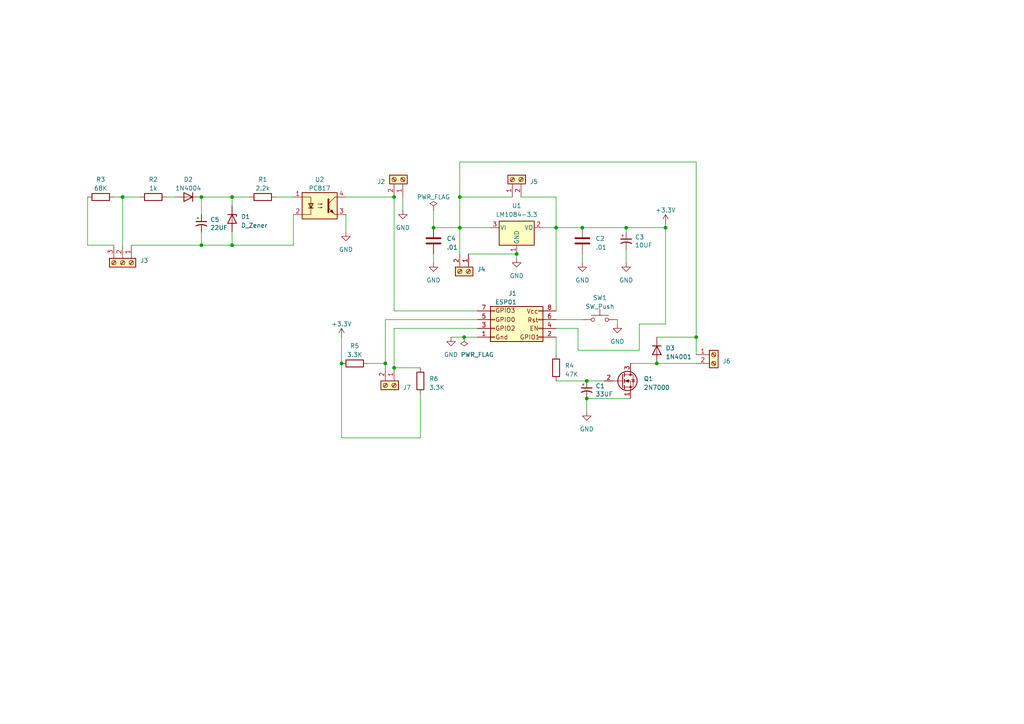
<source format=kicad_sch>
(kicad_sch (version 20230121) (generator eeschema)
  (paper "A4")
  (lib_symbols
    (symbol "Connector:Screw_Terminal_01x02" (pin_names (offset 1.016) hide)
      (property "Reference" "J" (at 0 2.54 0))
      (property "Value" "Screw_Terminal_01x02" (at 0 -5.08 0))
      (symbol "Screw_Terminal_01x02_1_1"
        (rectangle (start -1.27 1.27) (end 1.27 -3.81) (stroke (width 0.254)) (fill (type background)))
        (circle (center 0 -2.54) (radius 0.635) (stroke (width 0.1524)))
        (polyline (pts (xy -0.5334 -2.2098) (xy 0.3302 -3.048)) (stroke (width 0.1524)))
        (polyline (pts (xy -0.5334 0.3302) (xy 0.3302 -0.508)) (stroke (width 0.1524)))
        (polyline (pts (xy -0.3556 -2.032) (xy 0.508 -2.8702)) (stroke (width 0.1524)))
        (polyline (pts (xy -0.3556 0.508) (xy 0.508 -0.3302)) (stroke (width 0.1524)))
        (circle (center 0 0) (radius 0.635) (stroke (width 0.1524)))
        (pin passive line (at -5.08 0 0) (length 3.81) (name "Pin_1") (number "1"))
        (pin passive line (at -5.08 -2.54 0) (length 3.81) (name "Pin_2") (number "2"))
      )
    )
    (symbol "Connector:Screw_Terminal_01x03" (pin_names (offset 1.016) hide)
      (property "Reference" "J" (at 0 5.08 0))
      (property "Value" "Screw_Terminal_01x03" (at 0 -5.08 0))
      (symbol "Screw_Terminal_01x03_1_1"
        (rectangle (start -1.27 3.81) (end 1.27 -3.81) (stroke (width 0.254)) (fill (type background)))
        (circle (center 0 -2.54) (radius 0.635) (stroke (width 0.1524)))
        (polyline (pts (xy -0.5334 -2.2098) (xy 0.3302 -3.048)) (stroke (width 0.1524)))
        (polyline (pts (xy -0.5334 0.3302) (xy 0.3302 -0.508)) (stroke (width 0.1524)))
        (polyline (pts (xy -0.5334 2.8702) (xy 0.3302 2.032)) (stroke (width 0.1524)))
        (polyline (pts (xy -0.3556 -2.032) (xy 0.508 -2.8702)) (stroke (width 0.1524)))
        (polyline (pts (xy -0.3556 0.508) (xy 0.508 -0.3302)) (stroke (width 0.1524)))
        (polyline (pts (xy -0.3556 3.048) (xy 0.508 2.2098)) (stroke (width 0.1524)))
        (circle (center 0 0) (radius 0.635) (stroke (width 0.1524)))
        (circle (center 0 2.54) (radius 0.635) (stroke (width 0.1524)))
        (pin passive line (at -5.08 2.54 0) (length 3.81) (name "Pin_1") (number "1"))
        (pin passive line (at -5.08 0 0) (length 3.81) (name "Pin_2") (number "2"))
        (pin passive line (at -5.08 -2.54 0) (length 3.81) (name "Pin_3") (number "3"))
      )
    )
    (symbol "Connector_Generic:Conn_02x04_Odd_Even" (pin_names (offset 1.016) hide)
      (property "Reference" "J1" (at 5.08 -8.89 0))
      (property "Value" "ESP01" (at 5.08 -6.35 0))
      (symbol "Conn_02x04_Odd_Even_1_1"
        (rectangle (start -2.54 -3.683) (end -1.27 -3.937) (stroke (width 0.1524)))
        (rectangle (start -2.54 -1.143) (end -1.27 -1.397) (stroke (width 0.1524)))
        (rectangle (start -2.54 1.397) (end -1.27 1.143) (stroke (width 0.1524)))
        (rectangle (start -2.54 3.937) (end -1.27 3.683) (stroke (width 0.1524)))
        (rectangle (start -2.54 5.08) (end 12.7 -5.08) (stroke (width 0.254)) (fill (type background)))
        (rectangle (start 11.43 3.937) (end 12.7 3.683) (stroke (width 0.1524)))
        (rectangle (start 12.7 -3.683) (end 11.43 -3.937) (stroke (width 0.1524)))
        (rectangle (start 12.7 -1.143) (end 11.43 -1.397) (stroke (width 0.1524)))
        (rectangle (start 12.7 1.397) (end 11.43 1.143) (stroke (width 0.1524)))
        (text "EN" (at 10.16 1.27 0) (effects (font (size 1.27 1.27))))
        (text "Gnd" (at 0.762 3.81 0) (effects (font (size 1.27 1.27))))
        (text "GPIO0" (at 1.778 -1.27 0) (effects (font (size 1.27 1.27))))
        (text "GPIO1" (at 8.89 3.81 0) (effects (font (size 1.27 1.27))))
        (text "GPIO2" (at 1.778 1.27 0) (effects (font (size 1.27 1.27))))
        (text "GPIO3" (at 1.778 -3.937 0) (effects (font (size 1.27 1.27))))
        (text "Rst" (at 9.779 -1.143 0) (effects (font (size 1.27 1.27))))
        (text "Vcc" (at 9.652 -3.683 0) (effects (font (size 1.27 1.27))))
        (pin power_in line (at -6.35 3.81 0) (length 3.81) (name "GND") (number "1"))
        (pin bidirectional line (at 16.51 3.81 180) (length 3.81) (name "GPIO1") (number "2"))
        (pin bidirectional line (at -6.35 1.27 0) (length 3.81) (name "GPIO2") (number "3"))
        (pin input line (at 16.51 1.27 180) (length 3.81) (name "CH_PD") (number "4"))
        (pin bidirectional line (at -6.35 -1.27 0) (length 3.81) (name "GPIO0") (number "5"))
        (pin input line (at 16.51 -1.27 180) (length 3.81) (name "Reset") (number "6"))
        (pin bidirectional line (at -6.35 -3.81 0) (length 3.81) (name "GPIO3") (number "7"))
        (pin power_in line (at 16.51 -3.81 180) (length 3.81) (name "Vcc") (number "8"))
      )
    )
    (symbol "Device:C" (pin_numbers hide) (pin_names (offset 0.254))
      (property "Reference" "C" (at 0.635 2.54 0))
      (property "Value" "C" (at 0.635 -2.54 0))
      (symbol "C_0_1"
        (polyline (pts (xy -2.032 -0.762) (xy 2.032 -0.762)) (stroke (width 0.508)))
        (polyline (pts (xy -2.032 0.762) (xy 2.032 0.762)) (stroke (width 0.508)))
      )
      (symbol "C_1_1"
        (pin passive line (at 0 3.81 270) (length 2.794) (name "~") (number "1"))
        (pin passive line (at 0 -3.81 90) (length 2.794) (name "~") (number "2"))
      )
    )
    (symbol "Device:C_Polarized_Small_US" (pin_numbers hide) (pin_names (offset 0.254) hide)
      (property "Reference" "C" (at 0.254 1.778 0))
      (property "Value" "C_Polarized_Small_US" (at 0.254 -2.032 0))
      (symbol "C_Polarized_Small_US_0_1"
        (polyline (pts (xy -1.524 0.508) (xy 1.524 0.508)) (stroke (width 0.3048)))
        (polyline (pts (xy -1.27 1.524) (xy -0.762 1.524)))
        (polyline (pts (xy -1.016 1.27) (xy -1.016 1.778)))
        (arc (start 1.524 -0.762) (mid 0 -0.3734) (end -1.524 -0.762) (stroke (width 0.3048)))
      )
      (symbol "C_Polarized_Small_US_1_1"
        (pin passive line (at 0 2.54 270) (length 2.032) (name "~") (number "1"))
        (pin passive line (at 0 -2.54 90) (length 2.032) (name "~") (number "2"))
      )
    )
    (symbol "Device:D_Zener" (pin_numbers hide) (pin_names (offset 1.016) hide)
      (property "Reference" "D" (at 0 2.54 0))
      (property "Value" "D_Zener" (at 0 -2.54 0))
      (symbol "D_Zener_0_1"
        (polyline (pts (xy 1.27 0) (xy -1.27 0)))
        (polyline (pts (xy -1.27 -1.27) (xy -1.27 1.27) (xy -0.762 1.27)) (stroke (width 0.254)))
        (polyline (pts (xy 1.27 -1.27) (xy 1.27 1.27) (xy -1.27 0) (xy 1.27 -1.27)) (stroke (width 0.254)))
      )
      (symbol "D_Zener_1_1"
        (pin passive line (at -3.81 0 0) (length 2.54) (name "K") (number "1"))
        (pin passive line (at 3.81 0 180) (length 2.54) (name "A") (number "2"))
      )
    )
    (symbol "Device:R" (pin_numbers hide) (pin_names (offset 0))
      (property "Reference" "R" (at 2.032 0 90))
      (property "Value" "R" (at 0 0 90))
      (symbol "R_0_1"
        (rectangle (start -1.016 -2.54) (end 1.016 2.54) (stroke (width 0.254)))
      )
      (symbol "R_1_1"
        (pin passive line (at 0 3.81 270) (length 1.27) (name "~") (number "1"))
        (pin passive line (at 0 -3.81 90) (length 1.27) (name "~") (number "2"))
      )
    )
    (symbol "Diode:1N4001" (pin_numbers hide) (pin_names hide)
      (property "Reference" "D" (at 0 2.54 0))
      (property "Value" "1N4001" (at 0 -2.54 0))
      (symbol "1N4001_0_1"
        (polyline (pts (xy -1.27 1.27) (xy -1.27 -1.27)) (stroke (width 0.254)))
        (polyline (pts (xy 1.27 0) (xy -1.27 0)))
        (polyline (pts (xy 1.27 1.27) (xy 1.27 -1.27) (xy -1.27 0) (xy 1.27 1.27)) (stroke (width 0.254)))
      )
      (symbol "1N4001_1_1"
        (pin passive line (at -3.81 0 0) (length 2.54) (name "K") (number "1"))
        (pin passive line (at 3.81 0 180) (length 2.54) (name "A") (number "2"))
      )
    )
    (symbol "Diode:1N4004" (pin_numbers hide) (pin_names hide)
      (property "Reference" "D" (at 0 2.54 0))
      (property "Value" "1N4004" (at 0 -2.54 0))
      (symbol "1N4004_0_1"
        (polyline (pts (xy -1.27 1.27) (xy -1.27 -1.27)) (stroke (width 0.254)))
        (polyline (pts (xy 1.27 0) (xy -1.27 0)))
        (polyline (pts (xy 1.27 1.27) (xy 1.27 -1.27) (xy -1.27 0) (xy 1.27 1.27)) (stroke (width 0.254)))
      )
      (symbol "1N4004_1_1"
        (pin passive line (at -3.81 0 0) (length 2.54) (name "K") (number "1"))
        (pin passive line (at 3.81 0 180) (length 2.54) (name "A") (number "2"))
      )
    )
    (symbol "Isolator:PC817" (pin_names (offset 1.016))
      (property "Reference" "U" (at -5.08 5.08 0))
      (property "Value" "PC817" (at 0 5.08 0))
      (symbol "PC817_0_1"
        (rectangle (start -5.08 3.81) (end 5.08 -3.81) (stroke (width 0.254)) (fill (type background)))
        (polyline (pts (xy -3.175 -0.635) (xy -1.905 -0.635)) (stroke (width 0.254)))
        (polyline (pts (xy 2.54 0.635) (xy 4.445 2.54)))
        (polyline (pts (xy 4.445 -2.54) (xy 2.54 -0.635)) (fill (type outline)))
        (polyline (pts (xy 4.445 -2.54) (xy 5.08 -2.54)))
        (polyline (pts (xy 4.445 2.54) (xy 5.08 2.54)))
        (polyline (pts (xy -5.08 2.54) (xy -2.54 2.54) (xy -2.54 -0.635)))
        (polyline (pts (xy -2.54 -0.635) (xy -2.54 -2.54) (xy -5.08 -2.54)))
        (polyline (pts (xy 2.54 1.905) (xy 2.54 -1.905) (xy 2.54 -1.905)) (stroke (width 0.508)))
        (polyline (pts (xy -2.54 -0.635) (xy -3.175 0.635) (xy -1.905 0.635) (xy -2.54 -0.635)) (stroke (width 0.254)))
        (polyline (pts (xy -0.508 -0.508) (xy 0.762 -0.508) (xy 0.381 -0.635) (xy 0.381 -0.381) (xy 0.762 -0.508)))
        (polyline (pts (xy -0.508 0.508) (xy 0.762 0.508) (xy 0.381 0.381) (xy 0.381 0.635) (xy 0.762 0.508)))
        (polyline (pts (xy 3.048 -1.651) (xy 3.556 -1.143) (xy 4.064 -2.159) (xy 3.048 -1.651) (xy 3.048 -1.651)) (fill (type outline)))
      )
      (symbol "PC817_1_1"
        (pin passive line (at -7.62 2.54 0) (length 2.54) (name "~") (number "1"))
        (pin passive line (at -7.62 -2.54 0) (length 2.54) (name "~") (number "2"))
        (pin passive line (at 7.62 -2.54 180) (length 2.54) (name "~") (number "3"))
        (pin passive line (at 7.62 2.54 180) (length 2.54) (name "~") (number "4"))
      )
    )
    (symbol "Regulator_Linear:LM1084-3.3" (pin_names (offset 0.254))
      (property "Reference" "U" (at -3.81 3.175 0))
      (property "Value" "LM1084-3.3" (at 0 3.175 0))
      (symbol "LM1084-3.3_0_1"
        (rectangle (start -5.08 1.905) (end 5.08 -5.08) (stroke (width 0.254)) (fill (type background)))
      )
      (symbol "LM1084-3.3_1_1"
        (pin power_in line (at 0 -7.62 90) (length 2.54) (name "GND") (number "1"))
        (pin power_out line (at 7.62 0 180) (length 2.54) (name "VO") (number "2"))
        (pin power_in line (at -7.62 0 0) (length 2.54) (name "VI") (number "3"))
      )
    )
    (symbol "Switch:SW_Push" (pin_numbers hide) (pin_names (offset 1.016) hide)
      (property "Reference" "SW" (at 1.27 2.54 0))
      (property "Value" "SW_Push" (at 0 -1.524 0))
      (symbol "SW_Push_0_1"
        (circle (center -2.032 0) (radius 0.508))
        (polyline (pts (xy 0 1.27) (xy 0 3.048)))
        (polyline (pts (xy 2.54 1.27) (xy -2.54 1.27)))
        (circle (center 2.032 0) (radius 0.508))
        (pin passive line (at -5.08 0 0) (length 2.54) (name "1") (number "1"))
        (pin passive line (at 5.08 0 180) (length 2.54) (name "2") (number "2"))
      )
    )
    (symbol "Transistor_FET:2N7000" (pin_names hide)
      (property "Reference" "Q" (at 5.08 1.905 0))
      (property "Value" "2N7000" (at 5.08 0 0))
      (symbol "2N7000_0_1"
        (polyline (pts (xy 0.254 0) (xy -2.54 0)))
        (polyline (pts (xy 0.254 1.905) (xy 0.254 -1.905)) (stroke (width 0.254)))
        (polyline (pts (xy 0.762 -1.27) (xy 0.762 -2.286)) (stroke (width 0.254)))
        (polyline (pts (xy 0.762 0.508) (xy 0.762 -0.508)) (stroke (width 0.254)))
        (polyline (pts (xy 0.762 2.286) (xy 0.762 1.27)) (stroke (width 0.254)))
        (polyline (pts (xy 2.54 2.54) (xy 2.54 1.778)))
        (polyline (pts (xy 2.54 -2.54) (xy 2.54 0) (xy 0.762 0)))
        (polyline (pts (xy 0.762 -1.778) (xy 3.302 -1.778) (xy 3.302 1.778) (xy 0.762 1.778)))
        (polyline (pts (xy 1.016 0) (xy 2.032 0.381) (xy 2.032 -0.381) (xy 1.016 0)) (fill (type outline)))
        (polyline (pts (xy 2.794 0.508) (xy 2.921 0.381) (xy 3.683 0.381) (xy 3.81 0.254)))
        (polyline (pts (xy 3.302 0.381) (xy 2.921 -0.254) (xy 3.683 -0.254) (xy 3.302 0.381)))
        (circle (center 1.651 0) (radius 2.794) (stroke (width 0.254)))
        (circle (center 2.54 -1.778) (radius 0.254) (fill (type outline)))
        (circle (center 2.54 1.778) (radius 0.254) (fill (type outline)))
      )
      (symbol "2N7000_1_1"
        (pin passive line (at 2.54 -5.08 90) (length 2.54) (name "S") (number "1"))
        (pin input line (at -5.08 0 0) (length 2.54) (name "G") (number "2"))
        (pin passive line (at 2.54 5.08 270) (length 2.54) (name "D") (number "3"))
      )
    )
    (symbol "power:+3.3V" (power) (pin_names (offset 0))
      (property "Value" "+3.3V" (at 0 3.556 0))
      (symbol "+3.3V_0_1"
        (polyline (pts (xy -0.762 1.27) (xy 0 2.54)))
        (polyline (pts (xy 0 0) (xy 0 2.54)))
        (polyline (pts (xy 0 2.54) (xy 0.762 1.27)))
      )
      (symbol "+3.3V_1_1"
        (pin power_in line (at 0 0 90) (length 0) hide (name "+3.3V") (number "1"))
      )
    )
    (symbol "power:GND" (power) (pin_names (offset 0))
      (property "Value" "GND" (at 0 -3.81 0))
      (symbol "GND_0_1"
        (polyline (pts (xy 0 0) (xy 0 -1.27) (xy 1.27 -1.27) (xy 0 -2.54) (xy -1.27 -1.27) (xy 0 -1.27)))
      )
      (symbol "GND_1_1"
        (pin power_in line (at 0 0 270) (length 0) hide (name "GND") (number "1"))
      )
    )
    (symbol "power:PWR_FLAG" (power) (pin_numbers hide) (pin_names (offset 0) hide)
      (property "Value" "PWR_FLAG" (at 0 3.81 0))
      (symbol "PWR_FLAG_0_0"
        (pin power_out line (at 0 0 90) (length 0) (name "pwr") (number "1"))
      )
      (symbol "PWR_FLAG_0_1"
        (polyline (pts (xy 0 0) (xy 0 1.27) (xy -1.016 1.905) (xy 0 2.54) (xy 1.016 1.905) (xy 0 1.27)))
      )
    )
  )
  (junction (at 168.91 66.04))
  (junction (at 67.31 71.12))
  (junction (at 149.86 73.66))
  (junction (at 161.29 66.04))
  (junction (at 114.3 106.68))
  (junction (at 114.3 57.15))
  (junction (at 133.35 66.04))
  (junction (at 125.73 66.04))
  (junction (at 201.93 97.79))
  (junction (at 193.04 66.04))
  (junction (at 181.61 66.04))
  (junction (at 35.56 57.15))
  (junction (at 190.5 105.41))
  (junction (at 99.06 105.41))
  (junction (at 111.76 105.41))
  (junction (at 67.31 57.15))
  (junction (at 58.42 57.15))
  (junction (at 58.42 71.12))
  (junction (at 170.18 110.49))
  (junction (at 134.62 97.79))
  (junction (at 133.35 57.15))
  (junction (at 170.18 115.57))
  (wire (pts (xy 161.29 66.04) (xy 157.48 66.04)))
  (wire (pts (xy 190.5 97.79) (xy 201.93 97.79)))
  (wire (pts (xy 190.5 105.41) (xy 201.93 105.41)))
  (wire (pts (xy 35.56 57.15) (xy 35.56 71.12)))
  (wire (pts (xy 138.43 92.71) (xy 111.76 92.71)))
  (wire (pts (xy 181.61 66.04) (xy 168.91 66.04)))
  (wire (pts (xy 181.61 67.31) (xy 181.61 66.04)))
  (wire (pts (xy 58.42 71.12) (xy 38.1 71.12)))
  (wire (pts (xy 125.73 73.66) (xy 125.73 76.2)))
  (wire (pts (xy 151.13 57.15) (xy 161.29 57.15)))
  (wire (pts (xy 121.92 114.3) (xy 121.92 127)))
  (wire (pts (xy 67.31 71.12) (xy 58.42 71.12)))
  (wire (pts (xy 106.68 105.41) (xy 111.76 105.41)))
  (wire (pts (xy 80.01 57.15) (xy 85.09 57.15)))
  (wire (pts (xy 193.04 64.77) (xy 193.04 66.04)))
  (wire (pts (xy 170.18 115.57) (xy 182.88 115.57)))
  (wire (pts (xy 161.29 97.79) (xy 161.29 102.87)))
  (wire (pts (xy 58.42 57.15) (xy 58.42 62.23)))
  (wire (pts (xy 100.33 57.15) (xy 114.3 57.15)))
  (wire (pts (xy 114.3 90.17) (xy 114.3 57.15)))
  (wire (pts (xy 201.93 46.99) (xy 133.35 46.99)))
  (wire (pts (xy 148.59 57.15) (xy 133.35 57.15)))
  (wire (pts (xy 85.09 62.23) (xy 85.09 71.12)))
  (wire (pts (xy 133.35 57.15) (xy 133.35 66.04)))
  (wire (pts (xy 100.33 62.23) (xy 100.33 67.31)))
  (wire (pts (xy 138.43 95.25) (xy 114.3 95.25)))
  (wire (pts (xy 167.64 95.25) (xy 161.29 95.25)))
  (wire (pts (xy 133.35 73.66) (xy 133.35 66.04)))
  (wire (pts (xy 114.3 95.25) (xy 114.3 106.68)))
  (wire (pts (xy 125.73 66.04) (xy 133.35 66.04)))
  (wire (pts (xy 182.88 105.41) (xy 190.5 105.41)))
  (wire (pts (xy 116.84 57.15) (xy 116.84 60.96)))
  (wire (pts (xy 161.29 66.04) (xy 168.91 66.04)))
  (wire (pts (xy 149.86 73.66) (xy 149.86 74.93)))
  (wire (pts (xy 161.29 92.71) (xy 168.91 92.71)))
  (wire (pts (xy 201.93 97.79) (xy 201.93 46.99)))
  (wire (pts (xy 161.29 90.17) (xy 161.29 66.04)))
  (wire (pts (xy 168.91 73.66) (xy 168.91 76.2)))
  (wire (pts (xy 67.31 57.15) (xy 67.31 59.69)))
  (wire (pts (xy 133.35 66.04) (xy 142.24 66.04)))
  (wire (pts (xy 35.56 57.15) (xy 40.64 57.15)))
  (wire (pts (xy 111.76 105.41) (xy 111.76 106.68)))
  (wire (pts (xy 185.42 101.6) (xy 167.64 101.6)))
  (wire (pts (xy 181.61 66.04) (xy 193.04 66.04)))
  (wire (pts (xy 67.31 67.31) (xy 67.31 71.12)))
  (wire (pts (xy 99.06 127) (xy 99.06 105.41)))
  (wire (pts (xy 111.76 92.71) (xy 111.76 105.41)))
  (wire (pts (xy 48.26 57.15) (xy 50.8 57.15)))
  (wire (pts (xy 67.31 57.15) (xy 72.39 57.15)))
  (wire (pts (xy 193.04 93.98) (xy 185.42 93.98)))
  (wire (pts (xy 181.61 72.39) (xy 181.61 76.2)))
  (wire (pts (xy 161.29 57.15) (xy 161.29 66.04)))
  (wire (pts (xy 99.06 97.79) (xy 99.06 105.41)))
  (wire (pts (xy 193.04 66.04) (xy 193.04 93.98)))
  (wire (pts (xy 201.93 102.87) (xy 201.93 97.79)))
  (wire (pts (xy 135.89 73.66) (xy 149.86 73.66)))
  (wire (pts (xy 33.02 57.15) (xy 35.56 57.15)))
  (wire (pts (xy 161.29 110.49) (xy 170.18 110.49)))
  (wire (pts (xy 170.18 110.49) (xy 175.26 110.49)))
  (wire (pts (xy 121.92 127) (xy 99.06 127)))
  (wire (pts (xy 167.64 101.6) (xy 167.64 95.25)))
  (wire (pts (xy 25.4 57.15) (xy 25.4 71.12)))
  (wire (pts (xy 138.43 90.17) (xy 114.3 90.17)))
  (wire (pts (xy 58.42 67.31) (xy 58.42 71.12)))
  (wire (pts (xy 134.62 97.79) (xy 138.43 97.79)))
  (wire (pts (xy 185.42 93.98) (xy 185.42 101.6)))
  (wire (pts (xy 114.3 106.68) (xy 121.92 106.68)))
  (wire (pts (xy 170.18 115.57) (xy 170.18 119.38)))
  (wire (pts (xy 133.35 46.99) (xy 133.35 57.15)))
  (wire (pts (xy 125.73 60.96) (xy 125.73 66.04)))
  (wire (pts (xy 85.09 71.12) (xy 67.31 71.12)))
  (wire (pts (xy 33.02 71.12) (xy 25.4 71.12)))
  (wire (pts (xy 130.81 97.79) (xy 134.62 97.79)))
  (wire (pts (xy 58.42 57.15) (xy 67.31 57.15)))
  (wire (pts (xy 179.07 92.71) (xy 179.07 93.98)))
  (symbol (lib_id "Switch:SW_Push") (at 173.99 92.71 0) (unit 1)
    (property "Reference" "SW1" (at 173.99 86.36 0))
    (property "Value" "SW_Push" (at 173.99 88.9 0))
    (property "Footprint" "Button_Switch_THT:SW_PUSH_6mm_H7.3mm" (effects hide))
  )
  (symbol (lib_id "power:GND") (at 116.84 60.96 0) (unit 1)
    (property "Reference" "#PWR07" (effects hide))
    (property "Value" "GND" (at 116.84 66.04 0))
  )
  (symbol (lib_id "power:+3.3V") (at 193.04 64.77 0) (unit 1)
    (property "Reference" "#PWR010" (effects hide))
    (property "Value" "+3.3V" (at 193.04 60.96 0))
  )
  (symbol (lib_id "Connector_Generic:Conn_02x04_Odd_Even") (at 144.78 93.98 0) (mirror x) (unit 1)
    (property "Reference" "J1" (at 149.86 85.09 0) (effects (justify right)))
    (property "Value" "ESP01" (at 149.86 87.63 0) (effects (justify right)))
    (property "Footprint" "Connector_PinHeader_2.54mm:PinHeader_2x04_P2.54mm_Vertical" (effects hide))
  )
  (symbol (lib_id "power:GND") (at 149.86 74.93 0) (unit 1)
    (property "Reference" "#PWR04" (effects hide))
    (property "Value" "GND" (at 149.86 80.01 0))
  )
  (symbol (lib_id "power:GND") (at 181.61 76.2 0) (unit 1)
    (property "Reference" "#PWR05" (effects hide))
    (property "Value" "GND" (at 181.61 81.28 0))
  )
  (symbol (lib_id "Device:R") (at 44.45 57.15 90) (unit 1)
    (property "Reference" "R2" (at 44.45 52.07 90))
    (property "Value" "1k" (at 44.45 54.61 90))
    (property "Footprint" "Resistor_THT:R_Axial_DIN0207_L6.3mm_D2.5mm_P2.54mm_Vertical" (effects hide))
  )
  (symbol (lib_id "Device:C_Polarized_Small_US") (at 170.18 113.03 0) (unit 1)
    (property "Reference" "C1" (at 172.72 111.9632 0) (effects (justify left)))
    (property "Value" "33UF" (at 172.72 114.3 0) (effects (justify left)))
    (property "Footprint" "Capacitor_THT:CP_Radial_D5.0mm_P2.00mm" (effects hide))
  )
  (symbol (lib_id "power:GND") (at 130.81 97.79 0) (unit 1)
    (property "Reference" "#PWR01" (effects hide))
    (property "Value" "GND" (at 130.81 102.87 0))
  )
  (symbol (lib_id "Device:R") (at 161.29 106.68 180) (unit 1)
    (property "Reference" "R4" (at 163.83 106.045 0) (effects (justify right)))
    (property "Value" "47K" (at 163.83 108.585 0) (effects (justify right)))
  )
  (symbol (lib_id "power:GND") (at 179.07 93.98 0) (unit 1)
    (property "Reference" "#PWR09" (effects hide))
    (property "Value" "GND" (at 179.07 99.06 0))
  )
  (symbol (lib_id "power:GND") (at 170.18 119.38 0) (unit 1)
    (property "Reference" "#PWR08" (effects hide))
    (property "Value" "GND" (at 170.18 124.46 0))
  )
  (symbol (lib_id "Connector:Screw_Terminal_01x02") (at 135.89 78.74 270) (unit 1)
    (property "Reference" "J4" (at 138.43 78.105 90) (effects (justify left)))
    (property "Value" "Lx" (effects hide))
    (property "Footprint" "Connector_PinHeader_2.54mm:PinHeader_1x02_P2.54mm_Vertical" (effects hide))
  )
  (symbol (lib_id "Isolator:PC817") (at 92.71 59.69 0) (unit 1)
    (property "Reference" "U2" (at 92.71 52.07 0))
    (property "Value" "PC817" (at 92.71 54.61 0))
    (property "Footprint" "Package_DIP:DIP-4_W7.62mm" (effects hide))
    (property "Datasheet" "http://www.soselectronic.cz/a_info/resource/d/pc817.pdf" (effects hide))
  )
  (symbol (lib_id "Regulator_Linear:LM1084-3.3") (at 149.86 66.04 0) (unit 1)
    (property "Reference" "U1" (at 149.86 59.69 0))
    (property "Value" "LM1084-3.3" (at 149.86 62.23 0))
    (property "Footprint" "Package_TO_SOT_THT:TO-220-3_Horizontal_TabDown" (effects hide))
    (property "Datasheet" "http://www.ti.com/lit/ds/symlink/lm1084.pdf" (effects hide))
  )
  (symbol (lib_id "Connector:Screw_Terminal_01x02") (at 207.01 102.87 0) (unit 1)
    (property "Reference" "J6" (at 209.55 104.775 0) (effects (justify left)))
    (property "Value" "Lx" (effects hide))
    (property "Footprint" "Connector_PinHeader_2.54mm:PinHeader_1x02_P2.54mm_Vertical" (effects hide))
  )
  (symbol (lib_id "Device:C_Polarized_Small_US") (at 181.61 69.85 0) (unit 1)
    (property "Reference" "C3" (at 184.15 68.7832 0) (effects (justify left)))
    (property "Value" "10UF" (at 184.15 71.12 0) (effects (justify left)))
    (property "Footprint" "Capacitor_THT:CP_Radial_D5.0mm_P2.00mm" (effects hide))
  )
  (symbol (lib_id "power:GND") (at 125.73 76.2 0) (unit 1)
    (property "Reference" "#PWR06" (effects hide))
    (property "Value" "GND" (at 125.73 81.28 0))
  )
  (symbol (lib_id "Device:C") (at 168.91 69.85 180) (unit 1)
    (property "Reference" "C2" (at 172.72 69.215 0) (effects (justify right)))
    (property "Value" ".01" (at 172.72 71.755 0) (effects (justify right)))
    (property "Footprint" "Capacitor_THT:C_Disc_D3.8mm_W2.6mm_P2.50mm" (effects hide))
  )
  (symbol (lib_id "Device:R") (at 102.87 105.41 90) (unit 1)
    (property "Reference" "R5" (at 102.87 100.33 90))
    (property "Value" "3.3K" (at 102.87 102.87 90))
    (property "Footprint" "Resistor_THT:R_Axial_DIN0207_L6.3mm_D2.5mm_P2.54mm_Vertical" (effects hide))
  )
  (symbol (lib_id "Connector:Screw_Terminal_01x02") (at 148.59 52.07 90) (unit 1)
    (property "Reference" "J5" (at 153.67 52.705 90) (effects (justify right)))
    (property "Value" "Lx" (effects hide))
    (property "Footprint" "Connector_PinHeader_2.54mm:PinHeader_1x02_P2.54mm_Vertical" (effects hide))
  )
  (symbol (lib_id "Diode:1N4004") (at 54.61 57.15 180) (unit 1)
    (property "Reference" "D2" (at 54.61 52.07 0))
    (property "Value" "1N4004" (at 54.61 54.61 0))
    (property "Footprint" "Diode_THT:D_DO-41_SOD81_P10.16mm_Horizontal" (effects hide))
    (property "Datasheet" "http://www.vishay.com/docs/88503/1n4001.pdf" (effects hide))
    (property "Sim.Device" "D" (effects hide))
    (property "Sim.Pins" "1=K 2=A" (effects hide))
  )
  (symbol (lib_id "Device:D_Zener") (at 67.31 63.5 270) (unit 1)
    (property "Reference" "D1" (at 69.85 62.865 90) (effects (justify left)))
    (property "Value" "D_Zener" (at 69.85 65.405 90) (effects (justify left)))
    (property "Footprint" "Diode_THT:D_A-405_P5.08mm_Vertical_AnodeUp" (effects hide))
  )
  (symbol (lib_id "Connector:Screw_Terminal_01x02") (at 114.3 111.76 270) (unit 1)
    (property "Reference" "J7" (at 116.84 112.395 90) (effects (justify left)))
    (property "Value" "Lx" (effects hide))
    (property "Footprint" "Connector_PinHeader_2.54mm:PinHeader_1x02_P2.54mm_Vertical" (effects hide))
  )
  (symbol (lib_id "power:PWR_FLAG") (at 134.62 97.79 180) (unit 1)
    (property "Reference" "#FLG02" (effects hide))
    (property "Value" "PWR_FLAG" (at 138.43 102.87 0))
  )
  (symbol (lib_id "Connector:Screw_Terminal_01x03") (at 35.56 76.2 270) (unit 1)
    (property "Reference" "J3" (at 40.64 75.565 90) (effects (justify left)))
    (property "Value" "Screw_Terminal_01x03" (effects hide))
  )
  (symbol (lib_id "Diode:1N4001") (at 190.5 101.6 270) (unit 1)
    (property "Reference" "D3" (at 193.04 100.965 90) (effects (justify left)))
    (property "Value" "1N4001" (at 193.04 103.505 90) (effects (justify left)))
    (property "Footprint" "Diode_THT:D_DO-41_SOD81_P10.16mm_Horizontal" (effects hide))
    (property "Datasheet" "http://www.vishay.com/docs/88503/1n4001.pdf" (effects hide))
    (property "Sim.Device" "D" (effects hide))
    (property "Sim.Pins" "1=K 2=A" (effects hide))
  )
  (symbol (lib_id "power:PWR_FLAG") (at 125.73 60.96 0) (unit 1)
    (property "Reference" "#FLG01" (effects hide))
    (property "Value" "PWR_FLAG" (at 125.73 57.15 0))
  )
  (symbol (lib_id "Device:R") (at 29.21 57.15 90) (unit 1)
    (property "Reference" "R3" (at 29.21 52.07 90))
    (property "Value" "68K" (at 29.21 54.61 90))
    (property "Footprint" "Resistor_THT:R_Axial_DIN0309_L9.0mm_D3.2mm_P2.54mm_Vertical" (effects hide))
  )
  (symbol (lib_id "Device:R") (at 76.2 57.15 90) (unit 1)
    (property "Reference" "R1" (at 76.2 52.07 90))
    (property "Value" "2.2k" (at 76.2 54.61 90))
    (property "Footprint" "Resistor_THT:R_Axial_DIN0207_L6.3mm_D2.5mm_P2.54mm_Vertical" (effects hide))
    (property "Datasheet" "  (symbol \"Connector:Screw_Terminal_01x02\" (pin_names (offset 1.016) hide) (in_bom yes) (on_board yes)" (effects hide))
  )
  (symbol (lib_id "Device:C_Polarized_Small_US") (at 58.42 64.77 0) (unit 1)
    (property "Reference" "C5" (at 60.96 63.7032 0) (effects (justify left)))
    (property "Value" "22UF" (at 60.96 66.04 0) (effects (justify left)))
    (property "Footprint" "Capacitor_THT:CP_Radial_D5.0mm_P2.00mm" (effects hide))
  )
  (symbol (lib_id "power:+3.3V") (at 99.06 97.79 0) (unit 1)
    (property "Reference" "#PWR011" (effects hide))
    (property "Value" "+3.3V" (at 99.06 93.98 0))
  )
  (symbol (lib_id "power:GND") (at 168.91 76.2 0) (unit 1)
    (property "Reference" "#PWR02" (effects hide))
    (property "Value" "GND" (at 168.91 81.28 0))
  )
  (symbol (lib_id "Connector:Screw_Terminal_01x02") (at 116.84 52.07 270) (mirror x) (unit 1)
    (property "Reference" "J2" (at 111.76 52.705 90) (effects (justify right)))
    (property "Value" "Lx" (effects hide))
    (property "Footprint" "Connector_PinHeader_2.54mm:PinHeader_1x02_P2.54mm_Vertical" (effects hide))
  )
  (symbol (lib_id "Device:C") (at 125.73 69.85 180) (unit 1)
    (property "Reference" "C4" (at 129.54 69.215 0) (effects (justify right)))
    (property "Value" ".01" (at 129.54 71.755 0) (effects (justify right)))
    (property "Footprint" "Capacitor_THT:C_Disc_D3.8mm_W2.6mm_P2.50mm" (effects hide))
  )
  (symbol (lib_id "power:GND") (at 100.33 67.31 0) (unit 1)
    (property "Reference" "#PWR03" (effects hide))
    (property "Value" "GND" (at 100.33 72.39 0))
  )
  (symbol (lib_id "Transistor_FET:2N7000") (at 180.34 110.49 0) (unit 1)
    (property "Reference" "Q1" (at 186.69 109.855 0) (effects (justify left)))
    (property "Value" "2N7000" (at 186.69 112.395 0) (effects (justify left)))
    (property "Footprint" "Package_TO_SOT_THT:TO-92_Inline" (effects hide))
    (property "Datasheet" "https://www.vishay.com/docs/70226/70226.pdf" (effects hide))
  )
  (symbol (lib_id "Device:R") (at 121.92 110.49 180) (unit 1)
    (property "Reference" "R6" (at 124.46 109.855 0) (effects (justify right)))
    (property "Value" "3.3K" (at 124.46 112.395 0) (effects (justify right)))
    (property "Footprint" "Resistor_THT:R_Axial_DIN0207_L6.3mm_D2.5mm_P2.54mm_Vertical" (effects hide))
  )
)
</source>
